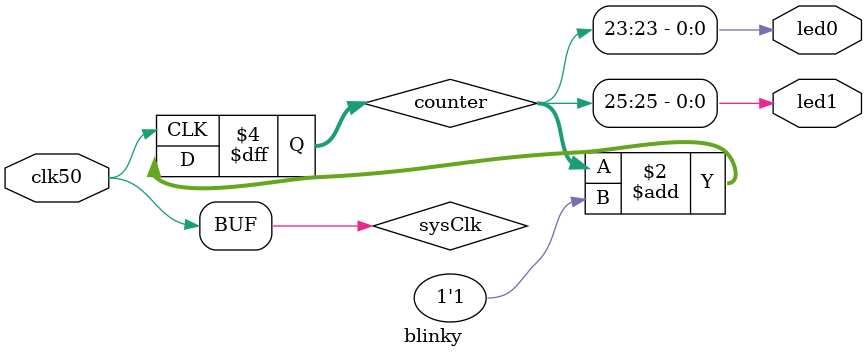
<source format=v>
module blinky(output led0, output led1, input clk50);
	reg [25:0] counter = 26'd0;
	wire sysClk;

	assign sysClk = clk50;
	assign led0 = counter[23];
	assign led1 = counter[25];

	always @(posedge sysClk) begin
		counter <= (counter + 1'd1);
	end
endmodule

</source>
